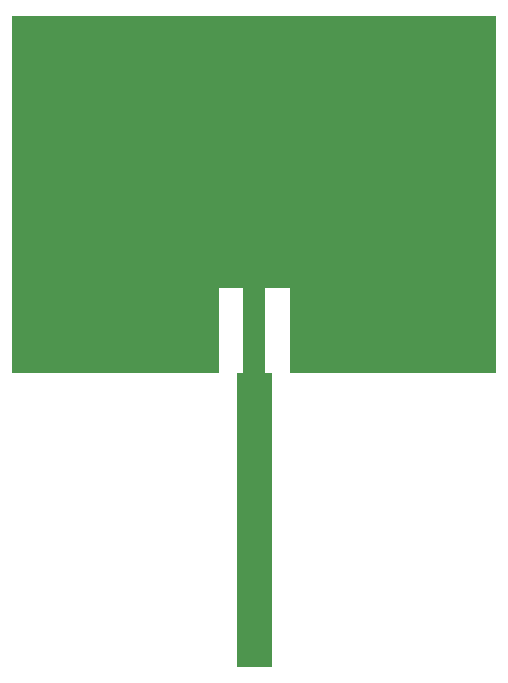
<source format=gbr>
G04 ===== Begin FILE IDENTIFICATION =====*
G04 File Format:  Gerber RS274X*
G04 ===== End FILE IDENTIFICATION =====*
%FSLAX24Y24*%
%MOMM*%
%SFA1.0000B1.0000*%
%OFA0.0B0.0*%
%ADD10C,0.025000*%
%LNmicrostrip_NM*%
%IPPOS*%
%LPD*%
G75*
G36*
G01X14900Y-151000D02*
G01X9250D01*
G01Y-79400D01*
G01X29900D01*
G01Y-151000D01*
G01X205000D01*
G01Y151000D01*
G01X-205000D01*
G01Y-151000D01*
G01X-29900D01*
G01Y-79400D01*
G01X-9250D01*
G01Y-151000D01*
G01X-14900D01*
G01Y-400000D01*
G01X14900D01*
G01Y-151000D01*
G37*
M02*


</source>
